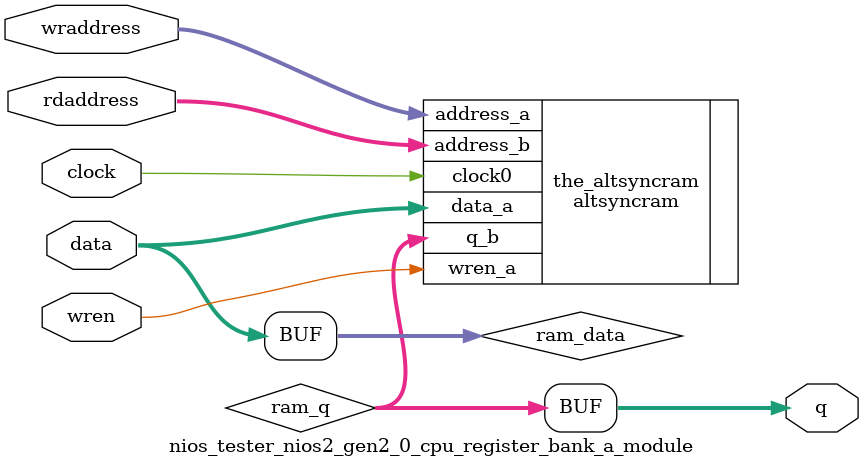
<source format=v>
module nios_tester_nios2_gen2_0_cpu_register_bank_a_module (
                                                             // inputs:
                                                              clock,
                                                              data,
                                                              rdaddress,
                                                              wraddress,
                                                              wren,
                                                             // outputs:
                                                              q
                                                           )
;
  parameter lpm_file = "UNUSED";
  output  [ 31: 0] q;
  input            clock;
  input   [ 31: 0] data;
  input   [  4: 0] rdaddress;
  input   [  4: 0] wraddress;
  input            wren;
wire    [ 31: 0] q;
wire    [ 31: 0] ram_data;
wire    [ 31: 0] ram_q;
  assign q = ram_q;
  assign ram_data = data;
  altsyncram the_altsyncram
    (
      .address_a (wraddress),
      .address_b (rdaddress),
      .clock0 (clock),
      .data_a (ram_data),
      .q_b (ram_q),
      .wren_a (wren)
    );
  defparam the_altsyncram.address_reg_b = "CLOCK0",
           the_altsyncram.init_file = lpm_file,
           the_altsyncram.maximum_depth = 0,
           the_altsyncram.numwords_a = 32,
           the_altsyncram.numwords_b = 32,
           the_altsyncram.operation_mode = "DUAL_PORT",
           the_altsyncram.outdata_reg_b = "UNREGISTERED",
           the_altsyncram.ram_block_type = "AUTO",
           the_altsyncram.rdcontrol_reg_b = "CLOCK0",
           the_altsyncram.read_during_write_mode_mixed_ports = "DONT_CARE",
           the_altsyncram.width_a = 32,
           the_altsyncram.width_b = 32,
           the_altsyncram.widthad_a = 5,
           the_altsyncram.widthad_b = 5;
endmodule
</source>
